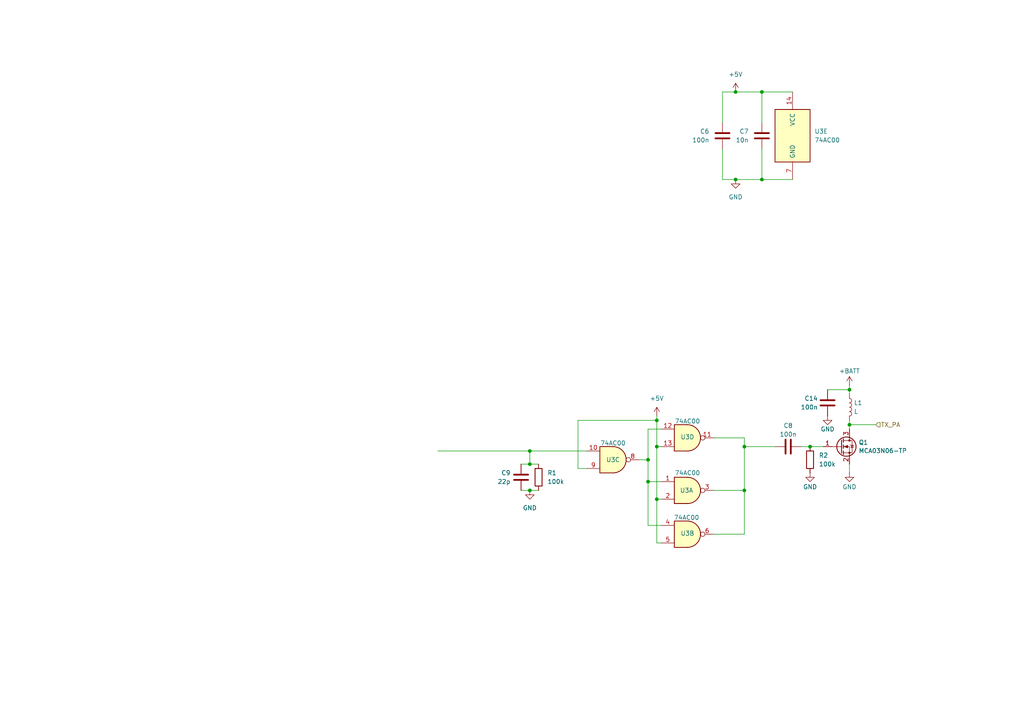
<source format=kicad_sch>
(kicad_sch
	(version 20231120)
	(generator "eeschema")
	(generator_version "8.0")
	(uuid "e8c8b292-9696-4fe7-b291-227c861c07a3")
	(paper "A4")
	(lib_symbols
		(symbol "74xx:74HC00"
			(pin_names
				(offset 1.016)
			)
			(exclude_from_sim no)
			(in_bom yes)
			(on_board yes)
			(property "Reference" "U"
				(at 0 1.27 0)
				(effects
					(font
						(size 1.27 1.27)
					)
				)
			)
			(property "Value" "74HC00"
				(at 0 -1.27 0)
				(effects
					(font
						(size 1.27 1.27)
					)
				)
			)
			(property "Footprint" ""
				(at 0 0 0)
				(effects
					(font
						(size 1.27 1.27)
					)
					(hide yes)
				)
			)
			(property "Datasheet" "http://www.ti.com/lit/gpn/sn74hc00"
				(at 0 0 0)
				(effects
					(font
						(size 1.27 1.27)
					)
					(hide yes)
				)
			)
			(property "Description" "quad 2-input NAND gate"
				(at 0 0 0)
				(effects
					(font
						(size 1.27 1.27)
					)
					(hide yes)
				)
			)
			(property "ki_locked" ""
				(at 0 0 0)
				(effects
					(font
						(size 1.27 1.27)
					)
				)
			)
			(property "ki_keywords" "HCMOS nand 2-input"
				(at 0 0 0)
				(effects
					(font
						(size 1.27 1.27)
					)
					(hide yes)
				)
			)
			(property "ki_fp_filters" "DIP*W7.62mm* SO14*"
				(at 0 0 0)
				(effects
					(font
						(size 1.27 1.27)
					)
					(hide yes)
				)
			)
			(symbol "74HC00_1_1"
				(arc
					(start 0 -3.81)
					(mid 3.7934 0)
					(end 0 3.81)
					(stroke
						(width 0.254)
						(type default)
					)
					(fill
						(type background)
					)
				)
				(polyline
					(pts
						(xy 0 3.81) (xy -3.81 3.81) (xy -3.81 -3.81) (xy 0 -3.81)
					)
					(stroke
						(width 0.254)
						(type default)
					)
					(fill
						(type background)
					)
				)
				(pin input line
					(at -7.62 2.54 0)
					(length 3.81)
					(name "~"
						(effects
							(font
								(size 1.27 1.27)
							)
						)
					)
					(number "1"
						(effects
							(font
								(size 1.27 1.27)
							)
						)
					)
				)
				(pin input line
					(at -7.62 -2.54 0)
					(length 3.81)
					(name "~"
						(effects
							(font
								(size 1.27 1.27)
							)
						)
					)
					(number "2"
						(effects
							(font
								(size 1.27 1.27)
							)
						)
					)
				)
				(pin output inverted
					(at 7.62 0 180)
					(length 3.81)
					(name "~"
						(effects
							(font
								(size 1.27 1.27)
							)
						)
					)
					(number "3"
						(effects
							(font
								(size 1.27 1.27)
							)
						)
					)
				)
			)
			(symbol "74HC00_1_2"
				(arc
					(start -3.81 -3.81)
					(mid -2.589 0)
					(end -3.81 3.81)
					(stroke
						(width 0.254)
						(type default)
					)
					(fill
						(type none)
					)
				)
				(arc
					(start -0.6096 -3.81)
					(mid 2.1842 -2.5851)
					(end 3.81 0)
					(stroke
						(width 0.254)
						(type default)
					)
					(fill
						(type background)
					)
				)
				(polyline
					(pts
						(xy -3.81 -3.81) (xy -0.635 -3.81)
					)
					(stroke
						(width 0.254)
						(type default)
					)
					(fill
						(type background)
					)
				)
				(polyline
					(pts
						(xy -3.81 3.81) (xy -0.635 3.81)
					)
					(stroke
						(width 0.254)
						(type default)
					)
					(fill
						(type background)
					)
				)
				(polyline
					(pts
						(xy -0.635 3.81) (xy -3.81 3.81) (xy -3.81 3.81) (xy -3.556 3.4036) (xy -3.0226 2.2606) (xy -2.6924 1.0414)
						(xy -2.6162 -0.254) (xy -2.7686 -1.4986) (xy -3.175 -2.7178) (xy -3.81 -3.81) (xy -3.81 -3.81)
						(xy -0.635 -3.81)
					)
					(stroke
						(width -25.4)
						(type default)
					)
					(fill
						(type background)
					)
				)
				(arc
					(start 3.81 0)
					(mid 2.1915 2.5936)
					(end -0.6096 3.81)
					(stroke
						(width 0.254)
						(type default)
					)
					(fill
						(type background)
					)
				)
				(pin input inverted
					(at -7.62 2.54 0)
					(length 4.318)
					(name "~"
						(effects
							(font
								(size 1.27 1.27)
							)
						)
					)
					(number "1"
						(effects
							(font
								(size 1.27 1.27)
							)
						)
					)
				)
				(pin input inverted
					(at -7.62 -2.54 0)
					(length 4.318)
					(name "~"
						(effects
							(font
								(size 1.27 1.27)
							)
						)
					)
					(number "2"
						(effects
							(font
								(size 1.27 1.27)
							)
						)
					)
				)
				(pin output line
					(at 7.62 0 180)
					(length 3.81)
					(name "~"
						(effects
							(font
								(size 1.27 1.27)
							)
						)
					)
					(number "3"
						(effects
							(font
								(size 1.27 1.27)
							)
						)
					)
				)
			)
			(symbol "74HC00_2_1"
				(arc
					(start 0 -3.81)
					(mid 3.7934 0)
					(end 0 3.81)
					(stroke
						(width 0.254)
						(type default)
					)
					(fill
						(type background)
					)
				)
				(polyline
					(pts
						(xy 0 3.81) (xy -3.81 3.81) (xy -3.81 -3.81) (xy 0 -3.81)
					)
					(stroke
						(width 0.254)
						(type default)
					)
					(fill
						(type background)
					)
				)
				(pin input line
					(at -7.62 2.54 0)
					(length 3.81)
					(name "~"
						(effects
							(font
								(size 1.27 1.27)
							)
						)
					)
					(number "4"
						(effects
							(font
								(size 1.27 1.27)
							)
						)
					)
				)
				(pin input line
					(at -7.62 -2.54 0)
					(length 3.81)
					(name "~"
						(effects
							(font
								(size 1.27 1.27)
							)
						)
					)
					(number "5"
						(effects
							(font
								(size 1.27 1.27)
							)
						)
					)
				)
				(pin output inverted
					(at 7.62 0 180)
					(length 3.81)
					(name "~"
						(effects
							(font
								(size 1.27 1.27)
							)
						)
					)
					(number "6"
						(effects
							(font
								(size 1.27 1.27)
							)
						)
					)
				)
			)
			(symbol "74HC00_2_2"
				(arc
					(start -3.81 -3.81)
					(mid -2.589 0)
					(end -3.81 3.81)
					(stroke
						(width 0.254)
						(type default)
					)
					(fill
						(type none)
					)
				)
				(arc
					(start -0.6096 -3.81)
					(mid 2.1842 -2.5851)
					(end 3.81 0)
					(stroke
						(width 0.254)
						(type default)
					)
					(fill
						(type background)
					)
				)
				(polyline
					(pts
						(xy -3.81 -3.81) (xy -0.635 -3.81)
					)
					(stroke
						(width 0.254)
						(type default)
					)
					(fill
						(type background)
					)
				)
				(polyline
					(pts
						(xy -3.81 3.81) (xy -0.635 3.81)
					)
					(stroke
						(width 0.254)
						(type default)
					)
					(fill
						(type background)
					)
				)
				(polyline
					(pts
						(xy -0.635 3.81) (xy -3.81 3.81) (xy -3.81 3.81) (xy -3.556 3.4036) (xy -3.0226 2.2606) (xy -2.6924 1.0414)
						(xy -2.6162 -0.254) (xy -2.7686 -1.4986) (xy -3.175 -2.7178) (xy -3.81 -3.81) (xy -3.81 -3.81)
						(xy -0.635 -3.81)
					)
					(stroke
						(width -25.4)
						(type default)
					)
					(fill
						(type background)
					)
				)
				(arc
					(start 3.81 0)
					(mid 2.1915 2.5936)
					(end -0.6096 3.81)
					(stroke
						(width 0.254)
						(type default)
					)
					(fill
						(type background)
					)
				)
				(pin input inverted
					(at -7.62 2.54 0)
					(length 4.318)
					(name "~"
						(effects
							(font
								(size 1.27 1.27)
							)
						)
					)
					(number "4"
						(effects
							(font
								(size 1.27 1.27)
							)
						)
					)
				)
				(pin input inverted
					(at -7.62 -2.54 0)
					(length 4.318)
					(name "~"
						(effects
							(font
								(size 1.27 1.27)
							)
						)
					)
					(number "5"
						(effects
							(font
								(size 1.27 1.27)
							)
						)
					)
				)
				(pin output line
					(at 7.62 0 180)
					(length 3.81)
					(name "~"
						(effects
							(font
								(size 1.27 1.27)
							)
						)
					)
					(number "6"
						(effects
							(font
								(size 1.27 1.27)
							)
						)
					)
				)
			)
			(symbol "74HC00_3_1"
				(arc
					(start 0 -3.81)
					(mid 3.7934 0)
					(end 0 3.81)
					(stroke
						(width 0.254)
						(type default)
					)
					(fill
						(type background)
					)
				)
				(polyline
					(pts
						(xy 0 3.81) (xy -3.81 3.81) (xy -3.81 -3.81) (xy 0 -3.81)
					)
					(stroke
						(width 0.254)
						(type default)
					)
					(fill
						(type background)
					)
				)
				(pin input line
					(at -7.62 -2.54 0)
					(length 3.81)
					(name "~"
						(effects
							(font
								(size 1.27 1.27)
							)
						)
					)
					(number "10"
						(effects
							(font
								(size 1.27 1.27)
							)
						)
					)
				)
				(pin output inverted
					(at 7.62 0 180)
					(length 3.81)
					(name "~"
						(effects
							(font
								(size 1.27 1.27)
							)
						)
					)
					(number "8"
						(effects
							(font
								(size 1.27 1.27)
							)
						)
					)
				)
				(pin input line
					(at -7.62 2.54 0)
					(length 3.81)
					(name "~"
						(effects
							(font
								(size 1.27 1.27)
							)
						)
					)
					(number "9"
						(effects
							(font
								(size 1.27 1.27)
							)
						)
					)
				)
			)
			(symbol "74HC00_3_2"
				(arc
					(start -3.81 -3.81)
					(mid -2.589 0)
					(end -3.81 3.81)
					(stroke
						(width 0.254)
						(type default)
					)
					(fill
						(type none)
					)
				)
				(arc
					(start -0.6096 -3.81)
					(mid 2.1842 -2.5851)
					(end 3.81 0)
					(stroke
						(width 0.254)
						(type default)
					)
					(fill
						(type background)
					)
				)
				(polyline
					(pts
						(xy -3.81 -3.81) (xy -0.635 -3.81)
					)
					(stroke
						(width 0.254)
						(type default)
					)
					(fill
						(type background)
					)
				)
				(polyline
					(pts
						(xy -3.81 3.81) (xy -0.635 3.81)
					)
					(stroke
						(width 0.254)
						(type default)
					)
					(fill
						(type background)
					)
				)
				(polyline
					(pts
						(xy -0.635 3.81) (xy -3.81 3.81) (xy -3.81 3.81) (xy -3.556 3.4036) (xy -3.0226 2.2606) (xy -2.6924 1.0414)
						(xy -2.6162 -0.254) (xy -2.7686 -1.4986) (xy -3.175 -2.7178) (xy -3.81 -3.81) (xy -3.81 -3.81)
						(xy -0.635 -3.81)
					)
					(stroke
						(width -25.4)
						(type default)
					)
					(fill
						(type background)
					)
				)
				(arc
					(start 3.81 0)
					(mid 2.1915 2.5936)
					(end -0.6096 3.81)
					(stroke
						(width 0.254)
						(type default)
					)
					(fill
						(type background)
					)
				)
				(pin input inverted
					(at -7.62 -2.54 0)
					(length 4.318)
					(name "~"
						(effects
							(font
								(size 1.27 1.27)
							)
						)
					)
					(number "10"
						(effects
							(font
								(size 1.27 1.27)
							)
						)
					)
				)
				(pin output line
					(at 7.62 0 180)
					(length 3.81)
					(name "~"
						(effects
							(font
								(size 1.27 1.27)
							)
						)
					)
					(number "8"
						(effects
							(font
								(size 1.27 1.27)
							)
						)
					)
				)
				(pin input inverted
					(at -7.62 2.54 0)
					(length 4.318)
					(name "~"
						(effects
							(font
								(size 1.27 1.27)
							)
						)
					)
					(number "9"
						(effects
							(font
								(size 1.27 1.27)
							)
						)
					)
				)
			)
			(symbol "74HC00_4_1"
				(arc
					(start 0 -3.81)
					(mid 3.7934 0)
					(end 0 3.81)
					(stroke
						(width 0.254)
						(type default)
					)
					(fill
						(type background)
					)
				)
				(polyline
					(pts
						(xy 0 3.81) (xy -3.81 3.81) (xy -3.81 -3.81) (xy 0 -3.81)
					)
					(stroke
						(width 0.254)
						(type default)
					)
					(fill
						(type background)
					)
				)
				(pin output inverted
					(at 7.62 0 180)
					(length 3.81)
					(name "~"
						(effects
							(font
								(size 1.27 1.27)
							)
						)
					)
					(number "11"
						(effects
							(font
								(size 1.27 1.27)
							)
						)
					)
				)
				(pin input line
					(at -7.62 2.54 0)
					(length 3.81)
					(name "~"
						(effects
							(font
								(size 1.27 1.27)
							)
						)
					)
					(number "12"
						(effects
							(font
								(size 1.27 1.27)
							)
						)
					)
				)
				(pin input line
					(at -7.62 -2.54 0)
					(length 3.81)
					(name "~"
						(effects
							(font
								(size 1.27 1.27)
							)
						)
					)
					(number "13"
						(effects
							(font
								(size 1.27 1.27)
							)
						)
					)
				)
			)
			(symbol "74HC00_4_2"
				(arc
					(start -3.81 -3.81)
					(mid -2.589 0)
					(end -3.81 3.81)
					(stroke
						(width 0.254)
						(type default)
					)
					(fill
						(type none)
					)
				)
				(arc
					(start -0.6096 -3.81)
					(mid 2.1842 -2.5851)
					(end 3.81 0)
					(stroke
						(width 0.254)
						(type default)
					)
					(fill
						(type background)
					)
				)
				(polyline
					(pts
						(xy -3.81 -3.81) (xy -0.635 -3.81)
					)
					(stroke
						(width 0.254)
						(type default)
					)
					(fill
						(type background)
					)
				)
				(polyline
					(pts
						(xy -3.81 3.81) (xy -0.635 3.81)
					)
					(stroke
						(width 0.254)
						(type default)
					)
					(fill
						(type background)
					)
				)
				(polyline
					(pts
						(xy -0.635 3.81) (xy -3.81 3.81) (xy -3.81 3.81) (xy -3.556 3.4036) (xy -3.0226 2.2606) (xy -2.6924 1.0414)
						(xy -2.6162 -0.254) (xy -2.7686 -1.4986) (xy -3.175 -2.7178) (xy -3.81 -3.81) (xy -3.81 -3.81)
						(xy -0.635 -3.81)
					)
					(stroke
						(width -25.4)
						(type default)
					)
					(fill
						(type background)
					)
				)
				(arc
					(start 3.81 0)
					(mid 2.1915 2.5936)
					(end -0.6096 3.81)
					(stroke
						(width 0.254)
						(type default)
					)
					(fill
						(type background)
					)
				)
				(pin output line
					(at 7.62 0 180)
					(length 3.81)
					(name "~"
						(effects
							(font
								(size 1.27 1.27)
							)
						)
					)
					(number "11"
						(effects
							(font
								(size 1.27 1.27)
							)
						)
					)
				)
				(pin input inverted
					(at -7.62 2.54 0)
					(length 4.318)
					(name "~"
						(effects
							(font
								(size 1.27 1.27)
							)
						)
					)
					(number "12"
						(effects
							(font
								(size 1.27 1.27)
							)
						)
					)
				)
				(pin input inverted
					(at -7.62 -2.54 0)
					(length 4.318)
					(name "~"
						(effects
							(font
								(size 1.27 1.27)
							)
						)
					)
					(number "13"
						(effects
							(font
								(size 1.27 1.27)
							)
						)
					)
				)
			)
			(symbol "74HC00_5_0"
				(pin power_in line
					(at 0 12.7 270)
					(length 5.08)
					(name "VCC"
						(effects
							(font
								(size 1.27 1.27)
							)
						)
					)
					(number "14"
						(effects
							(font
								(size 1.27 1.27)
							)
						)
					)
				)
				(pin power_in line
					(at 0 -12.7 90)
					(length 5.08)
					(name "GND"
						(effects
							(font
								(size 1.27 1.27)
							)
						)
					)
					(number "7"
						(effects
							(font
								(size 1.27 1.27)
							)
						)
					)
				)
			)
			(symbol "74HC00_5_1"
				(rectangle
					(start -5.08 7.62)
					(end 5.08 -7.62)
					(stroke
						(width 0.254)
						(type default)
					)
					(fill
						(type background)
					)
				)
			)
		)
		(symbol "Device:C"
			(pin_numbers hide)
			(pin_names
				(offset 0.254)
			)
			(exclude_from_sim no)
			(in_bom yes)
			(on_board yes)
			(property "Reference" "C"
				(at 0.635 2.54 0)
				(effects
					(font
						(size 1.27 1.27)
					)
					(justify left)
				)
			)
			(property "Value" "C"
				(at 0.635 -2.54 0)
				(effects
					(font
						(size 1.27 1.27)
					)
					(justify left)
				)
			)
			(property "Footprint" ""
				(at 0.9652 -3.81 0)
				(effects
					(font
						(size 1.27 1.27)
					)
					(hide yes)
				)
			)
			(property "Datasheet" "~"
				(at 0 0 0)
				(effects
					(font
						(size 1.27 1.27)
					)
					(hide yes)
				)
			)
			(property "Description" "Unpolarized capacitor"
				(at 0 0 0)
				(effects
					(font
						(size 1.27 1.27)
					)
					(hide yes)
				)
			)
			(property "ki_keywords" "cap capacitor"
				(at 0 0 0)
				(effects
					(font
						(size 1.27 1.27)
					)
					(hide yes)
				)
			)
			(property "ki_fp_filters" "C_*"
				(at 0 0 0)
				(effects
					(font
						(size 1.27 1.27)
					)
					(hide yes)
				)
			)
			(symbol "C_0_1"
				(polyline
					(pts
						(xy -2.032 -0.762) (xy 2.032 -0.762)
					)
					(stroke
						(width 0.508)
						(type default)
					)
					(fill
						(type none)
					)
				)
				(polyline
					(pts
						(xy -2.032 0.762) (xy 2.032 0.762)
					)
					(stroke
						(width 0.508)
						(type default)
					)
					(fill
						(type none)
					)
				)
			)
			(symbol "C_1_1"
				(pin passive line
					(at 0 3.81 270)
					(length 2.794)
					(name "~"
						(effects
							(font
								(size 1.27 1.27)
							)
						)
					)
					(number "1"
						(effects
							(font
								(size 1.27 1.27)
							)
						)
					)
				)
				(pin passive line
					(at 0 -3.81 90)
					(length 2.794)
					(name "~"
						(effects
							(font
								(size 1.27 1.27)
							)
						)
					)
					(number "2"
						(effects
							(font
								(size 1.27 1.27)
							)
						)
					)
				)
			)
		)
		(symbol "Device:L"
			(pin_numbers hide)
			(pin_names
				(offset 1.016) hide)
			(exclude_from_sim no)
			(in_bom yes)
			(on_board yes)
			(property "Reference" "L"
				(at -1.27 0 90)
				(effects
					(font
						(size 1.27 1.27)
					)
				)
			)
			(property "Value" "L"
				(at 1.905 0 90)
				(effects
					(font
						(size 1.27 1.27)
					)
				)
			)
			(property "Footprint" ""
				(at 0 0 0)
				(effects
					(font
						(size 1.27 1.27)
					)
					(hide yes)
				)
			)
			(property "Datasheet" "~"
				(at 0 0 0)
				(effects
					(font
						(size 1.27 1.27)
					)
					(hide yes)
				)
			)
			(property "Description" "Inductor"
				(at 0 0 0)
				(effects
					(font
						(size 1.27 1.27)
					)
					(hide yes)
				)
			)
			(property "ki_keywords" "inductor choke coil reactor magnetic"
				(at 0 0 0)
				(effects
					(font
						(size 1.27 1.27)
					)
					(hide yes)
				)
			)
			(property "ki_fp_filters" "Choke_* *Coil* Inductor_* L_*"
				(at 0 0 0)
				(effects
					(font
						(size 1.27 1.27)
					)
					(hide yes)
				)
			)
			(symbol "L_0_1"
				(arc
					(start 0 -2.54)
					(mid 0.6323 -1.905)
					(end 0 -1.27)
					(stroke
						(width 0)
						(type default)
					)
					(fill
						(type none)
					)
				)
				(arc
					(start 0 -1.27)
					(mid 0.6323 -0.635)
					(end 0 0)
					(stroke
						(width 0)
						(type default)
					)
					(fill
						(type none)
					)
				)
				(arc
					(start 0 0)
					(mid 0.6323 0.635)
					(end 0 1.27)
					(stroke
						(width 0)
						(type default)
					)
					(fill
						(type none)
					)
				)
				(arc
					(start 0 1.27)
					(mid 0.6323 1.905)
					(end 0 2.54)
					(stroke
						(width 0)
						(type default)
					)
					(fill
						(type none)
					)
				)
			)
			(symbol "L_1_1"
				(pin passive line
					(at 0 3.81 270)
					(length 1.27)
					(name "1"
						(effects
							(font
								(size 1.27 1.27)
							)
						)
					)
					(number "1"
						(effects
							(font
								(size 1.27 1.27)
							)
						)
					)
				)
				(pin passive line
					(at 0 -3.81 90)
					(length 1.27)
					(name "2"
						(effects
							(font
								(size 1.27 1.27)
							)
						)
					)
					(number "2"
						(effects
							(font
								(size 1.27 1.27)
							)
						)
					)
				)
			)
		)
		(symbol "Device:Q_NMOS_GSD"
			(pin_names
				(offset 0) hide)
			(exclude_from_sim no)
			(in_bom yes)
			(on_board yes)
			(property "Reference" "Q"
				(at 5.08 1.27 0)
				(effects
					(font
						(size 1.27 1.27)
					)
					(justify left)
				)
			)
			(property "Value" "Q_NMOS_GSD"
				(at 5.08 -1.27 0)
				(effects
					(font
						(size 1.27 1.27)
					)
					(justify left)
				)
			)
			(property "Footprint" ""
				(at 5.08 2.54 0)
				(effects
					(font
						(size 1.27 1.27)
					)
					(hide yes)
				)
			)
			(property "Datasheet" "~"
				(at 0 0 0)
				(effects
					(font
						(size 1.27 1.27)
					)
					(hide yes)
				)
			)
			(property "Description" "N-MOSFET transistor, gate/source/drain"
				(at 0 0 0)
				(effects
					(font
						(size 1.27 1.27)
					)
					(hide yes)
				)
			)
			(property "ki_keywords" "transistor NMOS N-MOS N-MOSFET"
				(at 0 0 0)
				(effects
					(font
						(size 1.27 1.27)
					)
					(hide yes)
				)
			)
			(symbol "Q_NMOS_GSD_0_1"
				(polyline
					(pts
						(xy 0.254 0) (xy -2.54 0)
					)
					(stroke
						(width 0)
						(type default)
					)
					(fill
						(type none)
					)
				)
				(polyline
					(pts
						(xy 0.254 1.905) (xy 0.254 -1.905)
					)
					(stroke
						(width 0.254)
						(type default)
					)
					(fill
						(type none)
					)
				)
				(polyline
					(pts
						(xy 0.762 -1.27) (xy 0.762 -2.286)
					)
					(stroke
						(width 0.254)
						(type default)
					)
					(fill
						(type none)
					)
				)
				(polyline
					(pts
						(xy 0.762 0.508) (xy 0.762 -0.508)
					)
					(stroke
						(width 0.254)
						(type default)
					)
					(fill
						(type none)
					)
				)
				(polyline
					(pts
						(xy 0.762 2.286) (xy 0.762 1.27)
					)
					(stroke
						(width 0.254)
						(type default)
					)
					(fill
						(type none)
					)
				)
				(polyline
					(pts
						(xy 2.54 2.54) (xy 2.54 1.778)
					)
					(stroke
						(width 0)
						(type default)
					)
					(fill
						(type none)
					)
				)
				(polyline
					(pts
						(xy 2.54 -2.54) (xy 2.54 0) (xy 0.762 0)
					)
					(stroke
						(width 0)
						(type default)
					)
					(fill
						(type none)
					)
				)
				(polyline
					(pts
						(xy 0.762 -1.778) (xy 3.302 -1.778) (xy 3.302 1.778) (xy 0.762 1.778)
					)
					(stroke
						(width 0)
						(type default)
					)
					(fill
						(type none)
					)
				)
				(polyline
					(pts
						(xy 1.016 0) (xy 2.032 0.381) (xy 2.032 -0.381) (xy 1.016 0)
					)
					(stroke
						(width 0)
						(type default)
					)
					(fill
						(type outline)
					)
				)
				(polyline
					(pts
						(xy 2.794 0.508) (xy 2.921 0.381) (xy 3.683 0.381) (xy 3.81 0.254)
					)
					(stroke
						(width 0)
						(type default)
					)
					(fill
						(type none)
					)
				)
				(polyline
					(pts
						(xy 3.302 0.381) (xy 2.921 -0.254) (xy 3.683 -0.254) (xy 3.302 0.381)
					)
					(stroke
						(width 0)
						(type default)
					)
					(fill
						(type none)
					)
				)
				(circle
					(center 1.651 0)
					(radius 2.794)
					(stroke
						(width 0.254)
						(type default)
					)
					(fill
						(type none)
					)
				)
				(circle
					(center 2.54 -1.778)
					(radius 0.254)
					(stroke
						(width 0)
						(type default)
					)
					(fill
						(type outline)
					)
				)
				(circle
					(center 2.54 1.778)
					(radius 0.254)
					(stroke
						(width 0)
						(type default)
					)
					(fill
						(type outline)
					)
				)
			)
			(symbol "Q_NMOS_GSD_1_1"
				(pin input line
					(at -5.08 0 0)
					(length 2.54)
					(name "G"
						(effects
							(font
								(size 1.27 1.27)
							)
						)
					)
					(number "1"
						(effects
							(font
								(size 1.27 1.27)
							)
						)
					)
				)
				(pin passive line
					(at 2.54 -5.08 90)
					(length 2.54)
					(name "S"
						(effects
							(font
								(size 1.27 1.27)
							)
						)
					)
					(number "2"
						(effects
							(font
								(size 1.27 1.27)
							)
						)
					)
				)
				(pin passive line
					(at 2.54 5.08 270)
					(length 2.54)
					(name "D"
						(effects
							(font
								(size 1.27 1.27)
							)
						)
					)
					(number "3"
						(effects
							(font
								(size 1.27 1.27)
							)
						)
					)
				)
			)
		)
		(symbol "Device:R"
			(pin_numbers hide)
			(pin_names
				(offset 0)
			)
			(exclude_from_sim no)
			(in_bom yes)
			(on_board yes)
			(property "Reference" "R"
				(at 2.032 0 90)
				(effects
					(font
						(size 1.27 1.27)
					)
				)
			)
			(property "Value" "R"
				(at 0 0 90)
				(effects
					(font
						(size 1.27 1.27)
					)
				)
			)
			(property "Footprint" ""
				(at -1.778 0 90)
				(effects
					(font
						(size 1.27 1.27)
					)
					(hide yes)
				)
			)
			(property "Datasheet" "~"
				(at 0 0 0)
				(effects
					(font
						(size 1.27 1.27)
					)
					(hide yes)
				)
			)
			(property "Description" "Resistor"
				(at 0 0 0)
				(effects
					(font
						(size 1.27 1.27)
					)
					(hide yes)
				)
			)
			(property "ki_keywords" "R res resistor"
				(at 0 0 0)
				(effects
					(font
						(size 1.27 1.27)
					)
					(hide yes)
				)
			)
			(property "ki_fp_filters" "R_*"
				(at 0 0 0)
				(effects
					(font
						(size 1.27 1.27)
					)
					(hide yes)
				)
			)
			(symbol "R_0_1"
				(rectangle
					(start -1.016 -2.54)
					(end 1.016 2.54)
					(stroke
						(width 0.254)
						(type default)
					)
					(fill
						(type none)
					)
				)
			)
			(symbol "R_1_1"
				(pin passive line
					(at 0 3.81 270)
					(length 1.27)
					(name "~"
						(effects
							(font
								(size 1.27 1.27)
							)
						)
					)
					(number "1"
						(effects
							(font
								(size 1.27 1.27)
							)
						)
					)
				)
				(pin passive line
					(at 0 -3.81 90)
					(length 1.27)
					(name "~"
						(effects
							(font
								(size 1.27 1.27)
							)
						)
					)
					(number "2"
						(effects
							(font
								(size 1.27 1.27)
							)
						)
					)
				)
			)
		)
		(symbol "power:+5V"
			(power)
			(pin_numbers hide)
			(pin_names
				(offset 0) hide)
			(exclude_from_sim no)
			(in_bom yes)
			(on_board yes)
			(property "Reference" "#PWR"
				(at 0 -3.81 0)
				(effects
					(font
						(size 1.27 1.27)
					)
					(hide yes)
				)
			)
			(property "Value" "+5V"
				(at 0 3.556 0)
				(effects
					(font
						(size 1.27 1.27)
					)
				)
			)
			(property "Footprint" ""
				(at 0 0 0)
				(effects
					(font
						(size 1.27 1.27)
					)
					(hide yes)
				)
			)
			(property "Datasheet" ""
				(at 0 0 0)
				(effects
					(font
						(size 1.27 1.27)
					)
					(hide yes)
				)
			)
			(property "Description" "Power symbol creates a global label with name \"+5V\""
				(at 0 0 0)
				(effects
					(font
						(size 1.27 1.27)
					)
					(hide yes)
				)
			)
			(property "ki_keywords" "global power"
				(at 0 0 0)
				(effects
					(font
						(size 1.27 1.27)
					)
					(hide yes)
				)
			)
			(symbol "+5V_0_1"
				(polyline
					(pts
						(xy -0.762 1.27) (xy 0 2.54)
					)
					(stroke
						(width 0)
						(type default)
					)
					(fill
						(type none)
					)
				)
				(polyline
					(pts
						(xy 0 0) (xy 0 2.54)
					)
					(stroke
						(width 0)
						(type default)
					)
					(fill
						(type none)
					)
				)
				(polyline
					(pts
						(xy 0 2.54) (xy 0.762 1.27)
					)
					(stroke
						(width 0)
						(type default)
					)
					(fill
						(type none)
					)
				)
			)
			(symbol "+5V_1_1"
				(pin power_in line
					(at 0 0 90)
					(length 0)
					(name "~"
						(effects
							(font
								(size 1.27 1.27)
							)
						)
					)
					(number "1"
						(effects
							(font
								(size 1.27 1.27)
							)
						)
					)
				)
			)
		)
		(symbol "power:+BATT"
			(power)
			(pin_numbers hide)
			(pin_names
				(offset 0) hide)
			(exclude_from_sim no)
			(in_bom yes)
			(on_board yes)
			(property "Reference" "#PWR"
				(at 0 -3.81 0)
				(effects
					(font
						(size 1.27 1.27)
					)
					(hide yes)
				)
			)
			(property "Value" "+BATT"
				(at 0 3.556 0)
				(effects
					(font
						(size 1.27 1.27)
					)
				)
			)
			(property "Footprint" ""
				(at 0 0 0)
				(effects
					(font
						(size 1.27 1.27)
					)
					(hide yes)
				)
			)
			(property "Datasheet" ""
				(at 0 0 0)
				(effects
					(font
						(size 1.27 1.27)
					)
					(hide yes)
				)
			)
			(property "Description" "Power symbol creates a global label with name \"+BATT\""
				(at 0 0 0)
				(effects
					(font
						(size 1.27 1.27)
					)
					(hide yes)
				)
			)
			(property "ki_keywords" "global power battery"
				(at 0 0 0)
				(effects
					(font
						(size 1.27 1.27)
					)
					(hide yes)
				)
			)
			(symbol "+BATT_0_1"
				(polyline
					(pts
						(xy -0.762 1.27) (xy 0 2.54)
					)
					(stroke
						(width 0)
						(type default)
					)
					(fill
						(type none)
					)
				)
				(polyline
					(pts
						(xy 0 0) (xy 0 2.54)
					)
					(stroke
						(width 0)
						(type default)
					)
					(fill
						(type none)
					)
				)
				(polyline
					(pts
						(xy 0 2.54) (xy 0.762 1.27)
					)
					(stroke
						(width 0)
						(type default)
					)
					(fill
						(type none)
					)
				)
			)
			(symbol "+BATT_1_1"
				(pin power_in line
					(at 0 0 90)
					(length 0)
					(name "~"
						(effects
							(font
								(size 1.27 1.27)
							)
						)
					)
					(number "1"
						(effects
							(font
								(size 1.27 1.27)
							)
						)
					)
				)
			)
		)
		(symbol "power:GND1"
			(power)
			(pin_numbers hide)
			(pin_names
				(offset 0) hide)
			(exclude_from_sim no)
			(in_bom yes)
			(on_board yes)
			(property "Reference" "#PWR"
				(at 0 -6.35 0)
				(effects
					(font
						(size 1.27 1.27)
					)
					(hide yes)
				)
			)
			(property "Value" "GND1"
				(at 0 -3.81 0)
				(effects
					(font
						(size 1.27 1.27)
					)
				)
			)
			(property "Footprint" ""
				(at 0 0 0)
				(effects
					(font
						(size 1.27 1.27)
					)
					(hide yes)
				)
			)
			(property "Datasheet" ""
				(at 0 0 0)
				(effects
					(font
						(size 1.27 1.27)
					)
					(hide yes)
				)
			)
			(property "Description" "Power symbol creates a global label with name \"GND1\" , ground"
				(at 0 0 0)
				(effects
					(font
						(size 1.27 1.27)
					)
					(hide yes)
				)
			)
			(property "ki_keywords" "global power"
				(at 0 0 0)
				(effects
					(font
						(size 1.27 1.27)
					)
					(hide yes)
				)
			)
			(symbol "GND1_0_1"
				(polyline
					(pts
						(xy 0 0) (xy 0 -1.27) (xy 1.27 -1.27) (xy 0 -2.54) (xy -1.27 -1.27) (xy 0 -1.27)
					)
					(stroke
						(width 0)
						(type default)
					)
					(fill
						(type none)
					)
				)
			)
			(symbol "GND1_1_1"
				(pin power_in line
					(at 0 0 270)
					(length 0)
					(name "~"
						(effects
							(font
								(size 1.27 1.27)
							)
						)
					)
					(number "1"
						(effects
							(font
								(size 1.27 1.27)
							)
						)
					)
				)
			)
		)
	)
	(junction
		(at 220.98 52.07)
		(diameter 0)
		(color 0 0 0 0)
		(uuid "10d68983-b29c-463b-9263-a7f8695fc256")
	)
	(junction
		(at 190.5 129.54)
		(diameter 0)
		(color 0 0 0 0)
		(uuid "18461da4-5279-492b-9d97-5cc156223179")
	)
	(junction
		(at 215.9 142.24)
		(diameter 0)
		(color 0 0 0 0)
		(uuid "1b1ec8a7-dd87-4633-9cc3-ed76d802fc51")
	)
	(junction
		(at 153.67 142.24)
		(diameter 0)
		(color 0 0 0 0)
		(uuid "1d719a90-3418-417b-8635-d803cb278a4b")
	)
	(junction
		(at 187.96 139.7)
		(diameter 0)
		(color 0 0 0 0)
		(uuid "1f9e5cc2-c222-48eb-a894-fd864424c511")
	)
	(junction
		(at 187.96 133.35)
		(diameter 0)
		(color 0 0 0 0)
		(uuid "519ac2a7-03c1-4e55-a4ca-e76db7d479cf")
	)
	(junction
		(at 213.36 52.07)
		(diameter 0)
		(color 0 0 0 0)
		(uuid "59074b8f-f165-4f85-8e66-e3b1432a15bb")
	)
	(junction
		(at 234.95 129.54)
		(diameter 0)
		(color 0 0 0 0)
		(uuid "590e0a4a-9f0d-43da-a5f0-051a63398e68")
	)
	(junction
		(at 220.98 26.67)
		(diameter 0)
		(color 0 0 0 0)
		(uuid "820c4cb7-90b6-4091-981e-2f77d0be9eca")
	)
	(junction
		(at 246.38 123.19)
		(diameter 0)
		(color 0 0 0 0)
		(uuid "93b52472-cf02-4a6a-aa16-f38d095092fc")
	)
	(junction
		(at 213.36 26.67)
		(diameter 0)
		(color 0 0 0 0)
		(uuid "9e621be1-adfb-498e-9835-82035521abb6")
	)
	(junction
		(at 153.67 134.62)
		(diameter 0)
		(color 0 0 0 0)
		(uuid "9fa97acf-79d5-42f9-a8b1-c9484fa37c06")
	)
	(junction
		(at 215.9 129.54)
		(diameter 0)
		(color 0 0 0 0)
		(uuid "b044f3d5-57f0-45ac-8004-bd6f055162c2")
	)
	(junction
		(at 190.5 121.92)
		(diameter 0)
		(color 0 0 0 0)
		(uuid "bc6f4c79-0628-4b19-bcce-a1a53803e94e")
	)
	(junction
		(at 190.5 144.78)
		(diameter 0)
		(color 0 0 0 0)
		(uuid "cfd4fca9-869c-4276-be63-dbd6a04c9256")
	)
	(junction
		(at 246.38 113.03)
		(diameter 0)
		(color 0 0 0 0)
		(uuid "d3cd711c-e2d3-42c9-b8f9-97777438c770")
	)
	(junction
		(at 153.67 130.81)
		(diameter 0)
		(color 0 0 0 0)
		(uuid "ff001c0a-481d-4c2f-8626-39b1e1d4b119")
	)
	(wire
		(pts
			(xy 209.55 43.18) (xy 209.55 52.07)
		)
		(stroke
			(width 0)
			(type default)
		)
		(uuid "0269156a-7b67-40bc-a03f-5f4e2a762233")
	)
	(wire
		(pts
			(xy 153.67 142.24) (xy 156.21 142.24)
		)
		(stroke
			(width 0)
			(type default)
		)
		(uuid "04fc4092-f289-4286-bcd8-41300add9cf9")
	)
	(wire
		(pts
			(xy 232.41 129.54) (xy 234.95 129.54)
		)
		(stroke
			(width 0)
			(type default)
		)
		(uuid "1bfdcad9-7152-47b5-940e-9587cdb4f1fd")
	)
	(wire
		(pts
			(xy 153.67 130.81) (xy 153.67 134.62)
		)
		(stroke
			(width 0)
			(type default)
		)
		(uuid "21979909-55c0-4801-b09b-cb51dada8d73")
	)
	(wire
		(pts
			(xy 220.98 43.18) (xy 220.98 52.07)
		)
		(stroke
			(width 0)
			(type default)
		)
		(uuid "26d96d8c-8647-436d-85bf-c9dc5b0318cf")
	)
	(wire
		(pts
			(xy 207.01 154.94) (xy 215.9 154.94)
		)
		(stroke
			(width 0)
			(type default)
		)
		(uuid "29358a8a-8c33-47ef-be3a-b0c70ee01980")
	)
	(wire
		(pts
			(xy 167.64 121.92) (xy 190.5 121.92)
		)
		(stroke
			(width 0)
			(type default)
		)
		(uuid "2bedc867-1ba7-4bd2-a8fe-c9b8928df660")
	)
	(wire
		(pts
			(xy 191.77 124.46) (xy 187.96 124.46)
		)
		(stroke
			(width 0)
			(type default)
		)
		(uuid "2db4f5cf-3c70-4e3c-af74-ae811865dc97")
	)
	(wire
		(pts
			(xy 185.42 133.35) (xy 187.96 133.35)
		)
		(stroke
			(width 0)
			(type default)
		)
		(uuid "37ad0dc9-8a3f-44a4-8bde-440292052da8")
	)
	(wire
		(pts
			(xy 215.9 129.54) (xy 224.79 129.54)
		)
		(stroke
			(width 0)
			(type default)
		)
		(uuid "40472bf6-c7b1-494c-a443-35881b241b48")
	)
	(wire
		(pts
			(xy 151.13 134.62) (xy 153.67 134.62)
		)
		(stroke
			(width 0)
			(type default)
		)
		(uuid "4083fbb6-9f1c-46ea-9b05-c974f44495eb")
	)
	(wire
		(pts
			(xy 209.55 35.56) (xy 209.55 26.67)
		)
		(stroke
			(width 0)
			(type default)
		)
		(uuid "53e4d0c9-e823-4ee7-a4e6-103d57a675ca")
	)
	(wire
		(pts
			(xy 190.5 157.48) (xy 191.77 157.48)
		)
		(stroke
			(width 0)
			(type default)
		)
		(uuid "6559eef7-cf81-499c-9ac8-43def9cd1bb5")
	)
	(wire
		(pts
			(xy 246.38 111.76) (xy 246.38 113.03)
		)
		(stroke
			(width 0)
			(type default)
		)
		(uuid "68263b22-976f-423d-a6ae-fc5b638c5b5b")
	)
	(wire
		(pts
			(xy 187.96 124.46) (xy 187.96 133.35)
		)
		(stroke
			(width 0)
			(type default)
		)
		(uuid "695129b1-b554-4382-8371-be9be081588f")
	)
	(wire
		(pts
			(xy 220.98 26.67) (xy 220.98 35.56)
		)
		(stroke
			(width 0)
			(type default)
		)
		(uuid "6aa90c8b-1a9d-4af0-9136-efdc3e2c921c")
	)
	(wire
		(pts
			(xy 246.38 121.92) (xy 246.38 123.19)
		)
		(stroke
			(width 0)
			(type default)
		)
		(uuid "6b1637f6-bafa-40a7-a42b-8299ccf45014")
	)
	(wire
		(pts
			(xy 215.9 142.24) (xy 207.01 142.24)
		)
		(stroke
			(width 0)
			(type default)
		)
		(uuid "6c835709-96c2-4fa7-b2f8-8c721daf10b8")
	)
	(wire
		(pts
			(xy 191.77 129.54) (xy 190.5 129.54)
		)
		(stroke
			(width 0)
			(type default)
		)
		(uuid "6d305ae4-5f44-4992-83f9-b0db087232bb")
	)
	(wire
		(pts
			(xy 246.38 113.03) (xy 246.38 114.3)
		)
		(stroke
			(width 0)
			(type default)
		)
		(uuid "7a2faf8f-8299-48a1-96ad-9b6d7715a411")
	)
	(wire
		(pts
			(xy 209.55 26.67) (xy 213.36 26.67)
		)
		(stroke
			(width 0)
			(type default)
		)
		(uuid "802cdb7e-2897-4fbc-b1a1-4f765a5ffdb1")
	)
	(wire
		(pts
			(xy 220.98 52.07) (xy 229.87 52.07)
		)
		(stroke
			(width 0)
			(type default)
		)
		(uuid "87060806-94b8-47cf-9db6-91232133b5a1")
	)
	(wire
		(pts
			(xy 215.9 129.54) (xy 215.9 142.24)
		)
		(stroke
			(width 0)
			(type default)
		)
		(uuid "9273f030-66d6-42f1-ba4c-f654c493190e")
	)
	(wire
		(pts
			(xy 187.96 152.4) (xy 191.77 152.4)
		)
		(stroke
			(width 0)
			(type default)
		)
		(uuid "939f5d2b-d0f7-452b-a6d8-0005569f83dc")
	)
	(wire
		(pts
			(xy 190.5 144.78) (xy 190.5 157.48)
		)
		(stroke
			(width 0)
			(type default)
		)
		(uuid "9a63afbe-d489-4e0c-bb0b-d3c5fd3b42c7")
	)
	(wire
		(pts
			(xy 167.64 135.89) (xy 167.64 121.92)
		)
		(stroke
			(width 0)
			(type default)
		)
		(uuid "9bdb29af-2ddd-4966-b467-814fa0f23854")
	)
	(wire
		(pts
			(xy 246.38 137.16) (xy 246.38 134.62)
		)
		(stroke
			(width 0)
			(type default)
		)
		(uuid "a462e29a-8163-4ebf-9465-d8ef9cbfa276")
	)
	(wire
		(pts
			(xy 151.13 142.24) (xy 153.67 142.24)
		)
		(stroke
			(width 0)
			(type default)
		)
		(uuid "a4af117a-4ecd-47e3-b774-d379e3bd7bac")
	)
	(wire
		(pts
			(xy 213.36 52.07) (xy 220.98 52.07)
		)
		(stroke
			(width 0)
			(type default)
		)
		(uuid "a530cc53-7018-4beb-90ca-213875026c0a")
	)
	(wire
		(pts
			(xy 209.55 52.07) (xy 213.36 52.07)
		)
		(stroke
			(width 0)
			(type default)
		)
		(uuid "a6ee2767-b39d-4c66-ae08-cc87dc6ac152")
	)
	(wire
		(pts
			(xy 190.5 144.78) (xy 191.77 144.78)
		)
		(stroke
			(width 0)
			(type default)
		)
		(uuid "a9b5748c-624f-43a9-98aa-da97ecec5e3d")
	)
	(wire
		(pts
			(xy 215.9 127) (xy 215.9 129.54)
		)
		(stroke
			(width 0)
			(type default)
		)
		(uuid "abed52fc-7be5-435a-bfff-c03b06930b3e")
	)
	(wire
		(pts
			(xy 187.96 139.7) (xy 191.77 139.7)
		)
		(stroke
			(width 0)
			(type default)
		)
		(uuid "af916f16-2de3-48f8-be85-d20d14dc4891")
	)
	(wire
		(pts
			(xy 215.9 154.94) (xy 215.9 142.24)
		)
		(stroke
			(width 0)
			(type default)
		)
		(uuid "b39fa525-6f33-44a3-b40f-88d84614cbab")
	)
	(wire
		(pts
			(xy 215.9 127) (xy 207.01 127)
		)
		(stroke
			(width 0)
			(type default)
		)
		(uuid "b7afbee0-10ce-4a3a-a790-fc128f96a554")
	)
	(wire
		(pts
			(xy 190.5 120.65) (xy 190.5 121.92)
		)
		(stroke
			(width 0)
			(type default)
		)
		(uuid "be412a6f-609c-48fe-b6b2-93b1cfeb824d")
	)
	(wire
		(pts
			(xy 234.95 129.54) (xy 238.76 129.54)
		)
		(stroke
			(width 0)
			(type default)
		)
		(uuid "c2dac802-4048-4928-a897-4f8480401e7f")
	)
	(wire
		(pts
			(xy 127 130.81) (xy 153.67 130.81)
		)
		(stroke
			(width 0)
			(type default)
		)
		(uuid "c339f826-ba02-4a83-bd58-d3110f4954b4")
	)
	(wire
		(pts
			(xy 153.67 130.81) (xy 170.18 130.81)
		)
		(stroke
			(width 0)
			(type default)
		)
		(uuid "d07763a5-1993-40bc-9cef-cf820679943f")
	)
	(wire
		(pts
			(xy 240.03 113.03) (xy 246.38 113.03)
		)
		(stroke
			(width 0)
			(type default)
		)
		(uuid "d1ee2903-e35c-48b6-a6f1-f89aa3d203b5")
	)
	(wire
		(pts
			(xy 246.38 123.19) (xy 246.38 124.46)
		)
		(stroke
			(width 0)
			(type default)
		)
		(uuid "d35f794a-f810-49fb-ad6d-c79192bb4dce")
	)
	(wire
		(pts
			(xy 190.5 129.54) (xy 190.5 144.78)
		)
		(stroke
			(width 0)
			(type default)
		)
		(uuid "d64eace0-91ae-4509-8122-5d9b66b4900b")
	)
	(wire
		(pts
			(xy 153.67 134.62) (xy 156.21 134.62)
		)
		(stroke
			(width 0)
			(type default)
		)
		(uuid "dc411160-ed9e-49bb-a2db-7fc0a917102b")
	)
	(wire
		(pts
			(xy 187.96 139.7) (xy 187.96 152.4)
		)
		(stroke
			(width 0)
			(type default)
		)
		(uuid "df83cc77-1138-4bc2-a1ee-63f31e4a44c0")
	)
	(wire
		(pts
			(xy 220.98 26.67) (xy 229.87 26.67)
		)
		(stroke
			(width 0)
			(type default)
		)
		(uuid "e25b0c5f-1974-4020-b52d-eba870a3e1d3")
	)
	(wire
		(pts
			(xy 213.36 26.67) (xy 220.98 26.67)
		)
		(stroke
			(width 0)
			(type default)
		)
		(uuid "f4022e65-e7c8-45f5-9bd1-d729f2f12db3")
	)
	(wire
		(pts
			(xy 187.96 133.35) (xy 187.96 139.7)
		)
		(stroke
			(width 0)
			(type default)
		)
		(uuid "fbca6b01-8df5-453f-ba00-bb8445701cb1")
	)
	(wire
		(pts
			(xy 246.38 123.19) (xy 254 123.19)
		)
		(stroke
			(width 0)
			(type default)
		)
		(uuid "fc0b46a7-9228-414c-aa15-02324099b68e")
	)
	(wire
		(pts
			(xy 190.5 121.92) (xy 190.5 129.54)
		)
		(stroke
			(width 0)
			(type default)
		)
		(uuid "fe8ce032-27e4-4456-a346-a7b5472d0f27")
	)
	(wire
		(pts
			(xy 170.18 135.89) (xy 167.64 135.89)
		)
		(stroke
			(width 0)
			(type default)
		)
		(uuid "fee01a7f-7ab2-441b-b438-ebad52ff1a0b")
	)
	(hierarchical_label "TX_PA"
		(shape input)
		(at 254 123.19 0)
		(fields_autoplaced yes)
		(effects
			(font
				(size 1.27 1.27)
			)
			(justify left)
		)
		(uuid "e218fe83-be6c-46ba-84b1-2af3d2728f6f")
	)
	(symbol
		(lib_id "Device:C")
		(at 220.98 39.37 0)
		(mirror y)
		(unit 1)
		(exclude_from_sim no)
		(in_bom yes)
		(on_board yes)
		(dnp no)
		(uuid "02dd18d3-1746-46fa-8797-2ee834d62c30")
		(property "Reference" "C7"
			(at 217.17 38.0999 0)
			(effects
				(font
					(size 1.27 1.27)
				)
				(justify left)
			)
		)
		(property "Value" "10n"
			(at 217.17 40.6399 0)
			(effects
				(font
					(size 1.27 1.27)
				)
				(justify left)
			)
		)
		(property "Footprint" "Capacitor_SMD:C_0603_1608Metric_Pad1.08x0.95mm_HandSolder"
			(at 220.0148 43.18 0)
			(effects
				(font
					(size 1.27 1.27)
				)
				(hide yes)
			)
		)
		(property "Datasheet" "~"
			(at 220.98 39.37 0)
			(effects
				(font
					(size 1.27 1.27)
				)
				(hide yes)
			)
		)
		(property "Description" "Unpolarized capacitor"
			(at 220.98 39.37 0)
			(effects
				(font
					(size 1.27 1.27)
				)
				(hide yes)
			)
		)
		(pin "1"
			(uuid "f5e5d98c-ae6f-41d7-b8f1-836229f97c36")
		)
		(pin "2"
			(uuid "ac06e0cb-5d89-4634-9702-77cdfd22d004")
		)
		(instances
			(project "summit_scourer"
				(path "/97fa5a9e-fea2-40ae-976c-23c41ffbf522/ca0b4637-7833-41cb-9c23-66bdf9156fd1"
					(reference "C7")
					(unit 1)
				)
			)
		)
	)
	(symbol
		(lib_id "power:GND1")
		(at 213.36 52.07 0)
		(unit 1)
		(exclude_from_sim no)
		(in_bom yes)
		(on_board yes)
		(dnp no)
		(fields_autoplaced yes)
		(uuid "0672fa70-bbcb-4867-bf0c-53f408ae60ed")
		(property "Reference" "#PWR07"
			(at 213.36 58.42 0)
			(effects
				(font
					(size 1.27 1.27)
				)
				(hide yes)
			)
		)
		(property "Value" "GND"
			(at 213.36 57.15 0)
			(effects
				(font
					(size 1.27 1.27)
				)
			)
		)
		(property "Footprint" ""
			(at 213.36 52.07 0)
			(effects
				(font
					(size 1.27 1.27)
				)
				(hide yes)
			)
		)
		(property "Datasheet" ""
			(at 213.36 52.07 0)
			(effects
				(font
					(size 1.27 1.27)
				)
				(hide yes)
			)
		)
		(property "Description" "Power symbol creates a global label with name \"GND1\" , ground"
			(at 213.36 52.07 0)
			(effects
				(font
					(size 1.27 1.27)
				)
				(hide yes)
			)
		)
		(pin "1"
			(uuid "aa559af9-107b-442d-9aa8-5847cd681c02")
		)
		(instances
			(project "summit_scourer"
				(path "/97fa5a9e-fea2-40ae-976c-23c41ffbf522/ca0b4637-7833-41cb-9c23-66bdf9156fd1"
					(reference "#PWR07")
					(unit 1)
				)
			)
		)
	)
	(symbol
		(lib_id "74xx:74HC00")
		(at 199.39 142.24 0)
		(unit 1)
		(exclude_from_sim no)
		(in_bom yes)
		(on_board yes)
		(dnp no)
		(uuid "09cb61e6-d1ed-4791-bba9-3196363dc651")
		(property "Reference" "U3"
			(at 199.136 142.24 0)
			(effects
				(font
					(size 1.27 1.27)
				)
			)
		)
		(property "Value" "74AC00"
			(at 199.39 137.16 0)
			(effects
				(font
					(size 1.27 1.27)
				)
			)
		)
		(property "Footprint" ""
			(at 199.39 142.24 0)
			(effects
				(font
					(size 1.27 1.27)
				)
				(hide yes)
			)
		)
		(property "Datasheet" ""
			(at 199.39 142.24 0)
			(effects
				(font
					(size 1.27 1.27)
				)
				(hide yes)
			)
		)
		(property "Description" "quad 2-input NAND gate"
			(at 199.39 142.24 0)
			(effects
				(font
					(size 1.27 1.27)
				)
				(hide yes)
			)
		)
		(pin "1"
			(uuid "892c3166-a073-434b-8334-4cd0f24f04e3")
		)
		(pin "13"
			(uuid "fb2e2aa0-1cda-4cc5-81da-44e77bdd81f5")
		)
		(pin "9"
			(uuid "4949c2f4-5015-48c4-ae5e-fea518a684ef")
		)
		(pin "5"
			(uuid "ee4504c9-f688-46fd-8851-ff24eb865ca8")
		)
		(pin "10"
			(uuid "5af56b86-960f-4afc-974c-93d2da250914")
		)
		(pin "6"
			(uuid "3ae86277-8f53-4ca6-842d-ab7e0a5ca79c")
		)
		(pin "8"
			(uuid "02d15aa5-bf3c-4d22-aa1d-d53a62c243f3")
		)
		(pin "4"
			(uuid "ca1c75d8-6912-4be3-91b3-68e8c54bfbc4")
		)
		(pin "2"
			(uuid "179e5c15-9401-4b3e-9db0-eae9d9f2bb36")
		)
		(pin "11"
			(uuid "53e470b6-293b-42fd-9c83-74ff5198e2e8")
		)
		(pin "3"
			(uuid "eb5ba200-d16a-4a1a-a977-21b9fbfa6cf0")
		)
		(pin "12"
			(uuid "11971b59-058d-484e-b58b-d4e1d7465888")
		)
		(pin "14"
			(uuid "5cd5834f-9068-4ffd-87c8-2ddb36ddc68d")
		)
		(pin "7"
			(uuid "ac34cae8-d9cb-4db9-b6ce-befd77019f81")
		)
		(instances
			(project "summit_scourer"
				(path "/97fa5a9e-fea2-40ae-976c-23c41ffbf522/ca0b4637-7833-41cb-9c23-66bdf9156fd1"
					(reference "U3")
					(unit 1)
				)
			)
		)
	)
	(symbol
		(lib_id "Device:C")
		(at 209.55 39.37 0)
		(mirror y)
		(unit 1)
		(exclude_from_sim no)
		(in_bom yes)
		(on_board yes)
		(dnp no)
		(uuid "1709f388-ceb8-450f-801a-e32c0de9e28a")
		(property "Reference" "C6"
			(at 205.74 38.0999 0)
			(effects
				(font
					(size 1.27 1.27)
				)
				(justify left)
			)
		)
		(property "Value" "100n"
			(at 205.74 40.6399 0)
			(effects
				(font
					(size 1.27 1.27)
				)
				(justify left)
			)
		)
		(property "Footprint" "Capacitor_SMD:C_0504_1310Metric_Pad0.83x1.28mm_HandSolder"
			(at 208.5848 43.18 0)
			(effects
				(font
					(size 1.27 1.27)
				)
				(hide yes)
			)
		)
		(property "Datasheet" "~"
			(at 209.55 39.37 0)
			(effects
				(font
					(size 1.27 1.27)
				)
				(hide yes)
			)
		)
		(property "Description" "Unpolarized capacitor"
			(at 209.55 39.37 0)
			(effects
				(font
					(size 1.27 1.27)
				)
				(hide yes)
			)
		)
		(pin "1"
			(uuid "0cf8d3b7-9e34-4247-83bc-ed9e4bd75a50")
		)
		(pin "2"
			(uuid "fb67fbc7-9923-43ce-9e02-c69917efa53a")
		)
		(instances
			(project "summit_scourer"
				(path "/97fa5a9e-fea2-40ae-976c-23c41ffbf522/ca0b4637-7833-41cb-9c23-66bdf9156fd1"
					(reference "C6")
					(unit 1)
				)
			)
		)
	)
	(symbol
		(lib_id "Device:L")
		(at 246.38 118.11 0)
		(unit 1)
		(exclude_from_sim no)
		(in_bom yes)
		(on_board yes)
		(dnp no)
		(fields_autoplaced yes)
		(uuid "19e5ebc5-c140-431e-a8e5-622296dc9a2b")
		(property "Reference" "L1"
			(at 247.65 116.8399 0)
			(effects
				(font
					(size 1.27 1.27)
				)
				(justify left)
			)
		)
		(property "Value" "L"
			(at 247.65 119.3799 0)
			(effects
				(font
					(size 1.27 1.27)
				)
				(justify left)
			)
		)
		(property "Footprint" ""
			(at 246.38 118.11 0)
			(effects
				(font
					(size 1.27 1.27)
				)
				(hide yes)
			)
		)
		(property "Datasheet" "~"
			(at 246.38 118.11 0)
			(effects
				(font
					(size 1.27 1.27)
				)
				(hide yes)
			)
		)
		(property "Description" "Inductor"
			(at 246.38 118.11 0)
			(effects
				(font
					(size 1.27 1.27)
				)
				(hide yes)
			)
		)
		(pin "2"
			(uuid "7f733ab0-2c0c-460c-a8ed-cf73017dc81a")
		)
		(pin "1"
			(uuid "38f66fb1-7b65-4beb-b594-ce4fd75a168a")
		)
		(instances
			(project "summit_scourer"
				(path "/97fa5a9e-fea2-40ae-976c-23c41ffbf522/ca0b4637-7833-41cb-9c23-66bdf9156fd1"
					(reference "L1")
					(unit 1)
				)
			)
		)
	)
	(symbol
		(lib_id "power:+BATT")
		(at 246.38 111.76 0)
		(unit 1)
		(exclude_from_sim no)
		(in_bom yes)
		(on_board yes)
		(dnp no)
		(fields_autoplaced yes)
		(uuid "5094ce2e-9477-4d50-8ae6-c660252723f1")
		(property "Reference" "#PWR023"
			(at 246.38 115.57 0)
			(effects
				(font
					(size 1.27 1.27)
				)
				(hide yes)
			)
		)
		(property "Value" "+BATT"
			(at 246.38 107.6269 0)
			(effects
				(font
					(size 1.27 1.27)
				)
			)
		)
		(property "Footprint" ""
			(at 246.38 111.76 0)
			(effects
				(font
					(size 1.27 1.27)
				)
				(hide yes)
			)
		)
		(property "Datasheet" ""
			(at 246.38 111.76 0)
			(effects
				(font
					(size 1.27 1.27)
				)
				(hide yes)
			)
		)
		(property "Description" "Power symbol creates a global label with name \"+BATT\""
			(at 246.38 111.76 0)
			(effects
				(font
					(size 1.27 1.27)
				)
				(hide yes)
			)
		)
		(pin "1"
			(uuid "9c6c1b53-e97c-4d23-8738-e2bc59bf945c")
		)
		(instances
			(project "summit_scourer"
				(path "/97fa5a9e-fea2-40ae-976c-23c41ffbf522/ca0b4637-7833-41cb-9c23-66bdf9156fd1"
					(reference "#PWR023")
					(unit 1)
				)
			)
		)
	)
	(symbol
		(lib_id "74xx:74HC00")
		(at 199.39 127 0)
		(unit 4)
		(exclude_from_sim no)
		(in_bom yes)
		(on_board yes)
		(dnp no)
		(uuid "5ded6e00-fbb5-4f23-bc9c-5c84277b5532")
		(property "Reference" "U3"
			(at 199.39 126.746 0)
			(effects
				(font
					(size 1.27 1.27)
				)
			)
		)
		(property "Value" "74AC00"
			(at 199.39 122.174 0)
			(effects
				(font
					(size 1.27 1.27)
				)
			)
		)
		(property "Footprint" ""
			(at 199.39 127 0)
			(effects
				(font
					(size 1.27 1.27)
				)
				(hide yes)
			)
		)
		(property "Datasheet" ""
			(at 199.39 127 0)
			(effects
				(font
					(size 1.27 1.27)
				)
				(hide yes)
			)
		)
		(property "Description" "quad 2-input NAND gate"
			(at 199.39 127 0)
			(effects
				(font
					(size 1.27 1.27)
				)
				(hide yes)
			)
		)
		(pin "1"
			(uuid "892c3166-a073-434b-8334-4cd0f24f04e4")
		)
		(pin "13"
			(uuid "fb2e2aa0-1cda-4cc5-81da-44e77bdd81f6")
		)
		(pin "9"
			(uuid "4949c2f4-5015-48c4-ae5e-fea518a684f0")
		)
		(pin "5"
			(uuid "ee4504c9-f688-46fd-8851-ff24eb865ca9")
		)
		(pin "10"
			(uuid "5af56b86-960f-4afc-974c-93d2da250915")
		)
		(pin "6"
			(uuid "3ae86277-8f53-4ca6-842d-ab7e0a5ca79d")
		)
		(pin "8"
			(uuid "02d15aa5-bf3c-4d22-aa1d-d53a62c243f4")
		)
		(pin "4"
			(uuid "ca1c75d8-6912-4be3-91b3-68e8c54bfbc5")
		)
		(pin "2"
			(uuid "179e5c15-9401-4b3e-9db0-eae9d9f2bb37")
		)
		(pin "11"
			(uuid "53e470b6-293b-42fd-9c83-74ff5198e2e9")
		)
		(pin "3"
			(uuid "eb5ba200-d16a-4a1a-a977-21b9fbfa6cf1")
		)
		(pin "12"
			(uuid "11971b59-058d-484e-b58b-d4e1d7465889")
		)
		(pin "14"
			(uuid "5cd5834f-9068-4ffd-87c8-2ddb36ddc68e")
		)
		(pin "7"
			(uuid "ac34cae8-d9cb-4db9-b6ce-befd77019f82")
		)
		(instances
			(project "summit_scourer"
				(path "/97fa5a9e-fea2-40ae-976c-23c41ffbf522/ca0b4637-7833-41cb-9c23-66bdf9156fd1"
					(reference "U3")
					(unit 4)
				)
			)
		)
	)
	(symbol
		(lib_id "power:+5V")
		(at 213.36 26.67 0)
		(unit 1)
		(exclude_from_sim no)
		(in_bom yes)
		(on_board yes)
		(dnp no)
		(fields_autoplaced yes)
		(uuid "656a446c-9609-4c39-ac0c-def00b22212d")
		(property "Reference" "#PWR06"
			(at 213.36 30.48 0)
			(effects
				(font
					(size 1.27 1.27)
				)
				(hide yes)
			)
		)
		(property "Value" "+5V"
			(at 213.36 21.59 0)
			(effects
				(font
					(size 1.27 1.27)
				)
			)
		)
		(property "Footprint" ""
			(at 213.36 26.67 0)
			(effects
				(font
					(size 1.27 1.27)
				)
				(hide yes)
			)
		)
		(property "Datasheet" ""
			(at 213.36 26.67 0)
			(effects
				(font
					(size 1.27 1.27)
				)
				(hide yes)
			)
		)
		(property "Description" "Power symbol creates a global label with name \"+5V\""
			(at 213.36 26.67 0)
			(effects
				(font
					(size 1.27 1.27)
				)
				(hide yes)
			)
		)
		(pin "1"
			(uuid "5476e518-7057-4526-a714-cf91337dc5f3")
		)
		(instances
			(project "summit_scourer"
				(path "/97fa5a9e-fea2-40ae-976c-23c41ffbf522/ca0b4637-7833-41cb-9c23-66bdf9156fd1"
					(reference "#PWR06")
					(unit 1)
				)
			)
		)
	)
	(symbol
		(lib_id "Device:C")
		(at 151.13 138.43 0)
		(mirror y)
		(unit 1)
		(exclude_from_sim no)
		(in_bom yes)
		(on_board yes)
		(dnp no)
		(uuid "6a821c36-d212-4887-9164-86e568fe7246")
		(property "Reference" "C9"
			(at 148.082 137.16 0)
			(effects
				(font
					(size 1.27 1.27)
				)
				(justify left)
			)
		)
		(property "Value" "22p"
			(at 148.082 139.7 0)
			(effects
				(font
					(size 1.27 1.27)
				)
				(justify left)
			)
		)
		(property "Footprint" "Capacitor_SMD:C_0603_1608Metric_Pad1.08x0.95mm_HandSolder"
			(at 150.1648 142.24 0)
			(effects
				(font
					(size 1.27 1.27)
				)
				(hide yes)
			)
		)
		(property "Datasheet" "~"
			(at 151.13 138.43 0)
			(effects
				(font
					(size 1.27 1.27)
				)
				(hide yes)
			)
		)
		(property "Description" "Unpolarized capacitor"
			(at 151.13 138.43 0)
			(effects
				(font
					(size 1.27 1.27)
				)
				(hide yes)
			)
		)
		(pin "1"
			(uuid "15cb4b1d-20e6-4ed9-8918-054b4c305335")
		)
		(pin "2"
			(uuid "156695ac-4ef3-4cf6-896d-cd8336c9b9f3")
		)
		(instances
			(project "summit_scourer"
				(path "/97fa5a9e-fea2-40ae-976c-23c41ffbf522/ca0b4637-7833-41cb-9c23-66bdf9156fd1"
					(reference "C9")
					(unit 1)
				)
			)
		)
	)
	(symbol
		(lib_id "power:GND1")
		(at 153.67 142.24 0)
		(unit 1)
		(exclude_from_sim no)
		(in_bom yes)
		(on_board yes)
		(dnp no)
		(fields_autoplaced yes)
		(uuid "7497e18e-9d54-4fb9-8ea9-07507ba64ab0")
		(property "Reference" "#PWR09"
			(at 153.67 148.59 0)
			(effects
				(font
					(size 1.27 1.27)
				)
				(hide yes)
			)
		)
		(property "Value" "GND"
			(at 153.67 147.32 0)
			(effects
				(font
					(size 1.27 1.27)
				)
			)
		)
		(property "Footprint" ""
			(at 153.67 142.24 0)
			(effects
				(font
					(size 1.27 1.27)
				)
				(hide yes)
			)
		)
		(property "Datasheet" ""
			(at 153.67 142.24 0)
			(effects
				(font
					(size 1.27 1.27)
				)
				(hide yes)
			)
		)
		(property "Description" "Power symbol creates a global label with name \"GND1\" , ground"
			(at 153.67 142.24 0)
			(effects
				(font
					(size 1.27 1.27)
				)
				(hide yes)
			)
		)
		(pin "1"
			(uuid "54b081db-24f9-48cb-a5d9-cd337725ed09")
		)
		(instances
			(project "summit_scourer"
				(path "/97fa5a9e-fea2-40ae-976c-23c41ffbf522/ca0b4637-7833-41cb-9c23-66bdf9156fd1"
					(reference "#PWR09")
					(unit 1)
				)
			)
		)
	)
	(symbol
		(lib_id "Device:C")
		(at 228.6 129.54 90)
		(unit 1)
		(exclude_from_sim no)
		(in_bom yes)
		(on_board yes)
		(dnp no)
		(uuid "7acae300-ec52-44b0-a90f-c06b22e08036")
		(property "Reference" "C8"
			(at 228.6 123.444 90)
			(effects
				(font
					(size 1.27 1.27)
				)
			)
		)
		(property "Value" "100n"
			(at 228.6 125.984 90)
			(effects
				(font
					(size 1.27 1.27)
				)
			)
		)
		(property "Footprint" "Capacitor_SMD:C_0603_1608Metric_Pad1.08x0.95mm_HandSolder"
			(at 232.41 128.5748 0)
			(effects
				(font
					(size 1.27 1.27)
				)
				(hide yes)
			)
		)
		(property "Datasheet" "~"
			(at 228.6 129.54 0)
			(effects
				(font
					(size 1.27 1.27)
				)
				(hide yes)
			)
		)
		(property "Description" "Unpolarized capacitor"
			(at 228.6 129.54 0)
			(effects
				(font
					(size 1.27 1.27)
				)
				(hide yes)
			)
		)
		(pin "1"
			(uuid "a8e7db03-1186-4493-a055-21836db67750")
		)
		(pin "2"
			(uuid "8f77ec1f-a787-4c2a-b96a-95c77a897066")
		)
		(instances
			(project "summit_scourer"
				(path "/97fa5a9e-fea2-40ae-976c-23c41ffbf522/ca0b4637-7833-41cb-9c23-66bdf9156fd1"
					(reference "C8")
					(unit 1)
				)
			)
		)
	)
	(symbol
		(lib_id "power:GND1")
		(at 234.95 137.16 0)
		(unit 1)
		(exclude_from_sim no)
		(in_bom yes)
		(on_board yes)
		(dnp no)
		(uuid "7d78b9d1-0808-4787-9c2c-d747c43d90cf")
		(property "Reference" "#PWR015"
			(at 234.95 143.51 0)
			(effects
				(font
					(size 1.27 1.27)
				)
				(hide yes)
			)
		)
		(property "Value" "GND"
			(at 234.95 141.224 0)
			(effects
				(font
					(size 1.27 1.27)
				)
			)
		)
		(property "Footprint" ""
			(at 234.95 137.16 0)
			(effects
				(font
					(size 1.27 1.27)
				)
				(hide yes)
			)
		)
		(property "Datasheet" ""
			(at 234.95 137.16 0)
			(effects
				(font
					(size 1.27 1.27)
				)
				(hide yes)
			)
		)
		(property "Description" "Power symbol creates a global label with name \"GND1\" , ground"
			(at 234.95 137.16 0)
			(effects
				(font
					(size 1.27 1.27)
				)
				(hide yes)
			)
		)
		(pin "1"
			(uuid "8cef8ea4-3fb9-4772-8408-1b3d08ac51e6")
		)
		(instances
			(project "summit_scourer"
				(path "/97fa5a9e-fea2-40ae-976c-23c41ffbf522/ca0b4637-7833-41cb-9c23-66bdf9156fd1"
					(reference "#PWR015")
					(unit 1)
				)
			)
		)
	)
	(symbol
		(lib_id "74xx:74HC00")
		(at 199.39 154.94 0)
		(unit 2)
		(exclude_from_sim no)
		(in_bom yes)
		(on_board yes)
		(dnp no)
		(uuid "7f6f56d7-741f-4b34-b0cb-84bfc0d4bae4")
		(property "Reference" "U3"
			(at 199.39 154.686 0)
			(effects
				(font
					(size 1.27 1.27)
				)
			)
		)
		(property "Value" "74AC00"
			(at 199.136 150.114 0)
			(effects
				(font
					(size 1.27 1.27)
				)
			)
		)
		(property "Footprint" ""
			(at 199.39 154.94 0)
			(effects
				(font
					(size 1.27 1.27)
				)
				(hide yes)
			)
		)
		(property "Datasheet" ""
			(at 199.39 154.94 0)
			(effects
				(font
					(size 1.27 1.27)
				)
				(hide yes)
			)
		)
		(property "Description" "quad 2-input NAND gate"
			(at 199.39 154.94 0)
			(effects
				(font
					(size 1.27 1.27)
				)
				(hide yes)
			)
		)
		(pin "1"
			(uuid "892c3166-a073-434b-8334-4cd0f24f04e5")
		)
		(pin "13"
			(uuid "fb2e2aa0-1cda-4cc5-81da-44e77bdd81f7")
		)
		(pin "9"
			(uuid "4949c2f4-5015-48c4-ae5e-fea518a684f1")
		)
		(pin "5"
			(uuid "ee4504c9-f688-46fd-8851-ff24eb865caa")
		)
		(pin "10"
			(uuid "5af56b86-960f-4afc-974c-93d2da250916")
		)
		(pin "6"
			(uuid "3ae86277-8f53-4ca6-842d-ab7e0a5ca79e")
		)
		(pin "8"
			(uuid "02d15aa5-bf3c-4d22-aa1d-d53a62c243f5")
		)
		(pin "4"
			(uuid "ca1c75d8-6912-4be3-91b3-68e8c54bfbc6")
		)
		(pin "2"
			(uuid "179e5c15-9401-4b3e-9db0-eae9d9f2bb38")
		)
		(pin "11"
			(uuid "53e470b6-293b-42fd-9c83-74ff5198e2ea")
		)
		(pin "3"
			(uuid "eb5ba200-d16a-4a1a-a977-21b9fbfa6cf2")
		)
		(pin "12"
			(uuid "11971b59-058d-484e-b58b-d4e1d746588a")
		)
		(pin "14"
			(uuid "5cd5834f-9068-4ffd-87c8-2ddb36ddc68f")
		)
		(pin "7"
			(uuid "ac34cae8-d9cb-4db9-b6ce-befd77019f83")
		)
		(instances
			(project "summit_scourer"
				(path "/97fa5a9e-fea2-40ae-976c-23c41ffbf522/ca0b4637-7833-41cb-9c23-66bdf9156fd1"
					(reference "U3")
					(unit 2)
				)
			)
		)
	)
	(symbol
		(lib_id "power:GND1")
		(at 240.03 120.65 0)
		(unit 1)
		(exclude_from_sim no)
		(in_bom yes)
		(on_board yes)
		(dnp no)
		(uuid "8af58197-89a9-4793-88cc-320d72caeea5")
		(property "Reference" "#PWR014"
			(at 240.03 127 0)
			(effects
				(font
					(size 1.27 1.27)
				)
				(hide yes)
			)
		)
		(property "Value" "GND"
			(at 240.03 124.46 0)
			(effects
				(font
					(size 1.27 1.27)
				)
			)
		)
		(property "Footprint" ""
			(at 240.03 120.65 0)
			(effects
				(font
					(size 1.27 1.27)
				)
				(hide yes)
			)
		)
		(property "Datasheet" ""
			(at 240.03 120.65 0)
			(effects
				(font
					(size 1.27 1.27)
				)
				(hide yes)
			)
		)
		(property "Description" "Power symbol creates a global label with name \"GND1\" , ground"
			(at 240.03 120.65 0)
			(effects
				(font
					(size 1.27 1.27)
				)
				(hide yes)
			)
		)
		(pin "1"
			(uuid "8259806b-12d8-46f3-a8a2-d73a68e49acf")
		)
		(instances
			(project "summit_scourer"
				(path "/97fa5a9e-fea2-40ae-976c-23c41ffbf522/ca0b4637-7833-41cb-9c23-66bdf9156fd1"
					(reference "#PWR014")
					(unit 1)
				)
			)
		)
	)
	(symbol
		(lib_id "Device:Q_NMOS_GSD")
		(at 243.84 129.54 0)
		(unit 1)
		(exclude_from_sim no)
		(in_bom yes)
		(on_board yes)
		(dnp no)
		(fields_autoplaced yes)
		(uuid "93fc8f5a-7d2b-4ff1-a077-71fcd6a780b5")
		(property "Reference" "Q1"
			(at 249.047 128.3278 0)
			(effects
				(font
					(size 1.27 1.27)
				)
				(justify left)
			)
		)
		(property "Value" "MCA03N06-TP"
			(at 249.047 130.7521 0)
			(effects
				(font
					(size 1.27 1.27)
				)
				(justify left)
			)
		)
		(property "Footprint" "Package_TO_SOT_SMD:SOT-89-3_Handsoldering"
			(at 248.92 127 0)
			(effects
				(font
					(size 1.27 1.27)
				)
				(hide yes)
			)
		)
		(property "Datasheet" "~"
			(at 243.84 129.54 0)
			(effects
				(font
					(size 1.27 1.27)
				)
				(hide yes)
			)
		)
		(property "Description" "N-MOSFET transistor, gate/source/drain"
			(at 243.84 129.54 0)
			(effects
				(font
					(size 1.27 1.27)
				)
				(hide yes)
			)
		)
		(property "Manufacturer" "Micro Commercial Co"
			(at 243.84 129.54 0)
			(effects
				(font
					(size 1.27 1.27)
				)
				(hide yes)
			)
		)
		(property "Part Num" "MCA03N06-TP"
			(at 243.84 129.54 0)
			(effects
				(font
					(size 1.27 1.27)
				)
				(hide yes)
			)
		)
		(pin "1"
			(uuid "581fd821-d23f-4fef-9991-b6faf74dafe7")
		)
		(pin "2"
			(uuid "37d74e79-c626-4d4f-9ecf-e08ee4c893ad")
		)
		(pin "3"
			(uuid "26e4fbc8-6f46-4e87-81f7-bbdcc36dc92a")
		)
		(instances
			(project "summit_scourer"
				(path "/97fa5a9e-fea2-40ae-976c-23c41ffbf522/ca0b4637-7833-41cb-9c23-66bdf9156fd1"
					(reference "Q1")
					(unit 1)
				)
			)
		)
	)
	(symbol
		(lib_id "74xx:74HC00")
		(at 229.87 39.37 0)
		(unit 5)
		(exclude_from_sim no)
		(in_bom yes)
		(on_board yes)
		(dnp no)
		(fields_autoplaced yes)
		(uuid "9c1dd854-c5d4-4fe3-b73c-7cef548ee986")
		(property "Reference" "U3"
			(at 236.22 38.0999 0)
			(effects
				(font
					(size 1.27 1.27)
				)
				(justify left)
			)
		)
		(property "Value" "74AC00"
			(at 236.22 40.6399 0)
			(effects
				(font
					(size 1.27 1.27)
				)
				(justify left)
			)
		)
		(property "Footprint" ""
			(at 229.87 39.37 0)
			(effects
				(font
					(size 1.27 1.27)
				)
				(hide yes)
			)
		)
		(property "Datasheet" ""
			(at 229.87 39.37 0)
			(effects
				(font
					(size 1.27 1.27)
				)
				(hide yes)
			)
		)
		(property "Description" "quad 2-input NAND gate"
			(at 229.87 39.37 0)
			(effects
				(font
					(size 1.27 1.27)
				)
				(hide yes)
			)
		)
		(pin "1"
			(uuid "892c3166-a073-434b-8334-4cd0f24f04e6")
		)
		(pin "13"
			(uuid "fb2e2aa0-1cda-4cc5-81da-44e77bdd81f8")
		)
		(pin "9"
			(uuid "4949c2f4-5015-48c4-ae5e-fea518a684f2")
		)
		(pin "5"
			(uuid "ee4504c9-f688-46fd-8851-ff24eb865cab")
		)
		(pin "10"
			(uuid "5af56b86-960f-4afc-974c-93d2da250917")
		)
		(pin "6"
			(uuid "3ae86277-8f53-4ca6-842d-ab7e0a5ca79f")
		)
		(pin "8"
			(uuid "02d15aa5-bf3c-4d22-aa1d-d53a62c243f6")
		)
		(pin "4"
			(uuid "ca1c75d8-6912-4be3-91b3-68e8c54bfbc7")
		)
		(pin "2"
			(uuid "179e5c15-9401-4b3e-9db0-eae9d9f2bb39")
		)
		(pin "11"
			(uuid "53e470b6-293b-42fd-9c83-74ff5198e2eb")
		)
		(pin "3"
			(uuid "eb5ba200-d16a-4a1a-a977-21b9fbfa6cf3")
		)
		(pin "12"
			(uuid "11971b59-058d-484e-b58b-d4e1d746588b")
		)
		(pin "14"
			(uuid "5cd5834f-9068-4ffd-87c8-2ddb36ddc690")
		)
		(pin "7"
			(uuid "ac34cae8-d9cb-4db9-b6ce-befd77019f84")
		)
		(instances
			(project "summit_scourer"
				(path "/97fa5a9e-fea2-40ae-976c-23c41ffbf522/ca0b4637-7833-41cb-9c23-66bdf9156fd1"
					(reference "U3")
					(unit 5)
				)
			)
		)
	)
	(symbol
		(lib_id "Device:C")
		(at 240.03 116.84 0)
		(mirror y)
		(unit 1)
		(exclude_from_sim no)
		(in_bom yes)
		(on_board yes)
		(dnp no)
		(uuid "d0ee6f59-49ea-49e2-981d-75811599530a")
		(property "Reference" "C14"
			(at 237.236 115.57 0)
			(effects
				(font
					(size 1.27 1.27)
				)
				(justify left)
			)
		)
		(property "Value" "100n"
			(at 237.236 118.11 0)
			(effects
				(font
					(size 1.27 1.27)
				)
				(justify left)
			)
		)
		(property "Footprint" "Capacitor_SMD:C_0504_1310Metric_Pad0.83x1.28mm_HandSolder"
			(at 239.0648 120.65 0)
			(effects
				(font
					(size 1.27 1.27)
				)
				(hide yes)
			)
		)
		(property "Datasheet" "~"
			(at 240.03 116.84 0)
			(effects
				(font
					(size 1.27 1.27)
				)
				(hide yes)
			)
		)
		(property "Description" "Unpolarized capacitor"
			(at 240.03 116.84 0)
			(effects
				(font
					(size 1.27 1.27)
				)
				(hide yes)
			)
		)
		(pin "1"
			(uuid "081d6d05-8cf5-4ed4-b182-95305eb28006")
		)
		(pin "2"
			(uuid "716b6cd0-1cc9-48e1-8a54-d22dab87c513")
		)
		(instances
			(project "summit_scourer"
				(path "/97fa5a9e-fea2-40ae-976c-23c41ffbf522/ca0b4637-7833-41cb-9c23-66bdf9156fd1"
					(reference "C14")
					(unit 1)
				)
			)
		)
	)
	(symbol
		(lib_id "power:+5V")
		(at 190.5 120.65 0)
		(unit 1)
		(exclude_from_sim no)
		(in_bom yes)
		(on_board yes)
		(dnp no)
		(fields_autoplaced yes)
		(uuid "da3e062d-0bdf-4986-a91f-721b8c6df28b")
		(property "Reference" "#PWR010"
			(at 190.5 124.46 0)
			(effects
				(font
					(size 1.27 1.27)
				)
				(hide yes)
			)
		)
		(property "Value" "+5V"
			(at 190.5 115.57 0)
			(effects
				(font
					(size 1.27 1.27)
				)
			)
		)
		(property "Footprint" ""
			(at 190.5 120.65 0)
			(effects
				(font
					(size 1.27 1.27)
				)
				(hide yes)
			)
		)
		(property "Datasheet" ""
			(at 190.5 120.65 0)
			(effects
				(font
					(size 1.27 1.27)
				)
				(hide yes)
			)
		)
		(property "Description" "Power symbol creates a global label with name \"+5V\""
			(at 190.5 120.65 0)
			(effects
				(font
					(size 1.27 1.27)
				)
				(hide yes)
			)
		)
		(pin "1"
			(uuid "e1c057cb-60b2-4d19-9311-1ceae29901f5")
		)
		(instances
			(project "summit_scourer"
				(path "/97fa5a9e-fea2-40ae-976c-23c41ffbf522/ca0b4637-7833-41cb-9c23-66bdf9156fd1"
					(reference "#PWR010")
					(unit 1)
				)
			)
		)
	)
	(symbol
		(lib_id "Device:R")
		(at 156.21 138.43 0)
		(unit 1)
		(exclude_from_sim no)
		(in_bom yes)
		(on_board yes)
		(dnp no)
		(fields_autoplaced yes)
		(uuid "da7e2771-952a-4982-8c99-634ebdb0b0d0")
		(property "Reference" "R1"
			(at 158.75 137.1599 0)
			(effects
				(font
					(size 1.27 1.27)
				)
				(justify left)
			)
		)
		(property "Value" "100k"
			(at 158.75 139.6999 0)
			(effects
				(font
					(size 1.27 1.27)
				)
				(justify left)
			)
		)
		(property "Footprint" ""
			(at 154.432 138.43 90)
			(effects
				(font
					(size 1.27 1.27)
				)
				(hide yes)
			)
		)
		(property "Datasheet" "~"
			(at 156.21 138.43 0)
			(effects
				(font
					(size 1.27 1.27)
				)
				(hide yes)
			)
		)
		(property "Description" "Resistor"
			(at 156.21 138.43 0)
			(effects
				(font
					(size 1.27 1.27)
				)
				(hide yes)
			)
		)
		(pin "1"
			(uuid "58b3c432-0a83-4164-8fc2-f7ce06cd9c49")
		)
		(pin "2"
			(uuid "c7b86c6f-ee7a-4175-b291-8087ac76c49b")
		)
		(instances
			(project "summit_scourer"
				(path "/97fa5a9e-fea2-40ae-976c-23c41ffbf522/ca0b4637-7833-41cb-9c23-66bdf9156fd1"
					(reference "R1")
					(unit 1)
				)
			)
		)
	)
	(symbol
		(lib_id "power:GND1")
		(at 246.38 137.16 0)
		(unit 1)
		(exclude_from_sim no)
		(in_bom yes)
		(on_board yes)
		(dnp no)
		(uuid "ddc69008-7111-4b07-84b3-57a4b6111756")
		(property "Reference" "#PWR013"
			(at 246.38 143.51 0)
			(effects
				(font
					(size 1.27 1.27)
				)
				(hide yes)
			)
		)
		(property "Value" "GND"
			(at 246.38 141.224 0)
			(effects
				(font
					(size 1.27 1.27)
				)
			)
		)
		(property "Footprint" ""
			(at 246.38 137.16 0)
			(effects
				(font
					(size 1.27 1.27)
				)
				(hide yes)
			)
		)
		(property "Datasheet" ""
			(at 246.38 137.16 0)
			(effects
				(font
					(size 1.27 1.27)
				)
				(hide yes)
			)
		)
		(property "Description" "Power symbol creates a global label with name \"GND1\" , ground"
			(at 246.38 137.16 0)
			(effects
				(font
					(size 1.27 1.27)
				)
				(hide yes)
			)
		)
		(pin "1"
			(uuid "018444ee-3d4c-439c-bbcc-ea9ec4dcf722")
		)
		(instances
			(project "summit_scourer"
				(path "/97fa5a9e-fea2-40ae-976c-23c41ffbf522/ca0b4637-7833-41cb-9c23-66bdf9156fd1"
					(reference "#PWR013")
					(unit 1)
				)
			)
		)
	)
	(symbol
		(lib_id "Device:R")
		(at 234.95 133.35 0)
		(unit 1)
		(exclude_from_sim no)
		(in_bom yes)
		(on_board yes)
		(dnp no)
		(fields_autoplaced yes)
		(uuid "fa1a0b6c-3ab7-4535-becd-2444875b7fbd")
		(property "Reference" "R2"
			(at 237.49 132.0799 0)
			(effects
				(font
					(size 1.27 1.27)
				)
				(justify left)
			)
		)
		(property "Value" "100k"
			(at 237.49 134.6199 0)
			(effects
				(font
					(size 1.27 1.27)
				)
				(justify left)
			)
		)
		(property "Footprint" ""
			(at 233.172 133.35 90)
			(effects
				(font
					(size 1.27 1.27)
				)
				(hide yes)
			)
		)
		(property "Datasheet" "~"
			(at 234.95 133.35 0)
			(effects
				(font
					(size 1.27 1.27)
				)
				(hide yes)
			)
		)
		(property "Description" "Resistor"
			(at 234.95 133.35 0)
			(effects
				(font
					(size 1.27 1.27)
				)
				(hide yes)
			)
		)
		(pin "1"
			(uuid "36aaa2e1-dc41-40e8-9151-c1f7cb0e78b9")
		)
		(pin "2"
			(uuid "39ef28fb-4f27-49f4-824c-1cac43216a79")
		)
		(instances
			(project "summit_scourer"
				(path "/97fa5a9e-fea2-40ae-976c-23c41ffbf522/ca0b4637-7833-41cb-9c23-66bdf9156fd1"
					(reference "R2")
					(unit 1)
				)
			)
		)
	)
	(symbol
		(lib_id "74xx:74HC00")
		(at 177.8 133.35 0)
		(mirror x)
		(unit 3)
		(exclude_from_sim no)
		(in_bom yes)
		(on_board yes)
		(dnp no)
		(uuid "fc12e56e-1541-4963-97ae-5e1b63c91cbe")
		(property "Reference" "U3"
			(at 177.8 133.35 0)
			(effects
				(font
					(size 1.27 1.27)
				)
			)
		)
		(property "Value" "74AC00"
			(at 177.8 128.524 0)
			(effects
				(font
					(size 1.27 1.27)
				)
			)
		)
		(property "Footprint" ""
			(at 177.8 133.35 0)
			(effects
				(font
					(size 1.27 1.27)
				)
				(hide yes)
			)
		)
		(property "Datasheet" ""
			(at 177.8 133.35 0)
			(effects
				(font
					(size 1.27 1.27)
				)
				(hide yes)
			)
		)
		(property "Description" "quad 2-input NAND gate"
			(at 177.8 133.35 0)
			(effects
				(font
					(size 1.27 1.27)
				)
				(hide yes)
			)
		)
		(pin "1"
			(uuid "892c3166-a073-434b-8334-4cd0f24f04e7")
		)
		(pin "13"
			(uuid "fb2e2aa0-1cda-4cc5-81da-44e77bdd81f9")
		)
		(pin "9"
			(uuid "4949c2f4-5015-48c4-ae5e-fea518a684f3")
		)
		(pin "5"
			(uuid "ee4504c9-f688-46fd-8851-ff24eb865cac")
		)
		(pin "10"
			(uuid "5af56b86-960f-4afc-974c-93d2da250918")
		)
		(pin "6"
			(uuid "3ae86277-8f53-4ca6-842d-ab7e0a5ca7a0")
		)
		(pin "8"
			(uuid "02d15aa5-bf3c-4d22-aa1d-d53a62c243f7")
		)
		(pin "4"
			(uuid "ca1c75d8-6912-4be3-91b3-68e8c54bfbc8")
		)
		(pin "2"
			(uuid "179e5c15-9401-4b3e-9db0-eae9d9f2bb3a")
		)
		(pin "11"
			(uuid "53e470b6-293b-42fd-9c83-74ff5198e2ec")
		)
		(pin "3"
			(uuid "eb5ba200-d16a-4a1a-a977-21b9fbfa6cf4")
		)
		(pin "12"
			(uuid "11971b59-058d-484e-b58b-d4e1d746588c")
		)
		(pin "14"
			(uuid "5cd5834f-9068-4ffd-87c8-2ddb36ddc691")
		)
		(pin "7"
			(uuid "ac34cae8-d9cb-4db9-b6ce-befd77019f85")
		)
		(instances
			(project "summit_scourer"
				(path "/97fa5a9e-fea2-40ae-976c-23c41ffbf522/ca0b4637-7833-41cb-9c23-66bdf9156fd1"
					(reference "U3")
					(unit 3)
				)
			)
		)
	)
)

</source>
